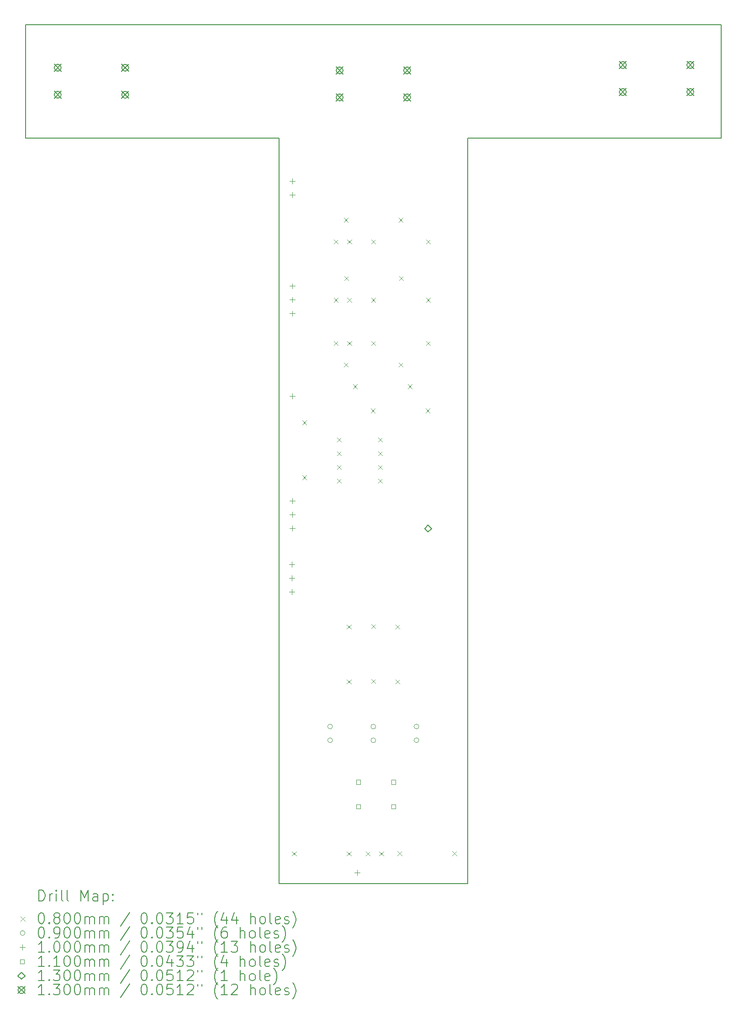
<source format=gbr>
%FSLAX45Y45*%
G04 Gerber Fmt 4.5, Leading zero omitted, Abs format (unit mm)*
G04 Created by KiCad (PCBNEW (6.0.2)) date 2023-10-08 18:38:42*
%MOMM*%
%LPD*%
G01*
G04 APERTURE LIST*
%TA.AperFunction,Profile*%
%ADD10C,0.150000*%
%TD*%
%ADD11C,0.200000*%
%ADD12C,0.080000*%
%ADD13C,0.090000*%
%ADD14C,0.100000*%
%ADD15C,0.110000*%
%ADD16C,0.130000*%
G04 APERTURE END LIST*
D10*
X21900000Y-8100000D02*
X17200000Y-8100000D01*
X17200000Y-8100000D02*
X17200000Y-21908000D01*
X17200000Y-21908000D02*
X13700000Y-21908000D01*
X13700000Y-21908000D02*
X13700000Y-8100000D01*
X13700000Y-8100000D02*
X9000000Y-8100000D01*
X9000000Y-8100000D02*
X9000000Y-6000000D01*
X9000000Y-6000000D02*
X21900000Y-6000000D01*
X21900000Y-6000000D02*
X21900000Y-8100000D01*
D11*
D12*
X13944000Y-21310000D02*
X14024000Y-21390000D01*
X14024000Y-21310000D02*
X13944000Y-21390000D01*
X14131000Y-13331000D02*
X14211000Y-13411000D01*
X14211000Y-13331000D02*
X14131000Y-13411000D01*
X14131000Y-14347000D02*
X14211000Y-14427000D01*
X14211000Y-14347000D02*
X14131000Y-14427000D01*
X14715000Y-11060000D02*
X14795000Y-11140000D01*
X14795000Y-11060000D02*
X14715000Y-11140000D01*
X14718000Y-9980000D02*
X14798000Y-10060000D01*
X14798000Y-9980000D02*
X14718000Y-10060000D01*
X14718000Y-11860000D02*
X14798000Y-11940000D01*
X14798000Y-11860000D02*
X14718000Y-11940000D01*
X14777500Y-13648000D02*
X14857500Y-13728000D01*
X14857500Y-13648000D02*
X14777500Y-13728000D01*
X14777500Y-13902000D02*
X14857500Y-13982000D01*
X14857500Y-13902000D02*
X14777500Y-13982000D01*
X14777500Y-14156000D02*
X14857500Y-14236000D01*
X14857500Y-14156000D02*
X14777500Y-14236000D01*
X14777500Y-14410000D02*
X14857500Y-14490000D01*
X14857500Y-14410000D02*
X14777500Y-14490000D01*
X14902000Y-9580000D02*
X14982000Y-9660000D01*
X14982000Y-9580000D02*
X14902000Y-9660000D01*
X14902000Y-12260000D02*
X14982000Y-12340000D01*
X14982000Y-12260000D02*
X14902000Y-12340000D01*
X14912000Y-10660000D02*
X14992000Y-10740000D01*
X14992000Y-10660000D02*
X14912000Y-10740000D01*
X14960000Y-17110000D02*
X15040000Y-17190000D01*
X15040000Y-17110000D02*
X14960000Y-17190000D01*
X14960000Y-18126000D02*
X15040000Y-18206000D01*
X15040000Y-18126000D02*
X14960000Y-18206000D01*
X14960000Y-21310000D02*
X15040000Y-21390000D01*
X15040000Y-21310000D02*
X14960000Y-21390000D01*
X14965000Y-11060000D02*
X15045000Y-11140000D01*
X15045000Y-11060000D02*
X14965000Y-11140000D01*
X14968000Y-9980000D02*
X15048000Y-10060000D01*
X15048000Y-9980000D02*
X14968000Y-10060000D01*
X14968000Y-11860000D02*
X15048000Y-11940000D01*
X15048000Y-11860000D02*
X14968000Y-11940000D01*
X15072000Y-12660000D02*
X15152000Y-12740000D01*
X15152000Y-12660000D02*
X15072000Y-12740000D01*
X15310000Y-21310000D02*
X15390000Y-21390000D01*
X15390000Y-21310000D02*
X15310000Y-21390000D01*
X15402000Y-13110000D02*
X15482000Y-13190000D01*
X15482000Y-13110000D02*
X15402000Y-13190000D01*
X15410000Y-9980000D02*
X15490000Y-10060000D01*
X15490000Y-9980000D02*
X15410000Y-10060000D01*
X15410000Y-11860000D02*
X15490000Y-11940000D01*
X15490000Y-11860000D02*
X15410000Y-11940000D01*
X15410000Y-17102000D02*
X15490000Y-17182000D01*
X15490000Y-17102000D02*
X15410000Y-17182000D01*
X15410000Y-18118000D02*
X15490000Y-18198000D01*
X15490000Y-18118000D02*
X15410000Y-18198000D01*
X15412000Y-11060000D02*
X15492000Y-11140000D01*
X15492000Y-11060000D02*
X15412000Y-11140000D01*
X15539500Y-13648000D02*
X15619500Y-13728000D01*
X15619500Y-13648000D02*
X15539500Y-13728000D01*
X15539500Y-13902000D02*
X15619500Y-13982000D01*
X15619500Y-13902000D02*
X15539500Y-13982000D01*
X15539500Y-14156000D02*
X15619500Y-14236000D01*
X15619500Y-14156000D02*
X15539500Y-14236000D01*
X15539500Y-14410000D02*
X15619500Y-14490000D01*
X15619500Y-14410000D02*
X15539500Y-14490000D01*
X15560000Y-21310000D02*
X15640000Y-21390000D01*
X15640000Y-21310000D02*
X15560000Y-21390000D01*
X15860000Y-17110000D02*
X15940000Y-17190000D01*
X15940000Y-17110000D02*
X15860000Y-17190000D01*
X15860000Y-18126000D02*
X15940000Y-18206000D01*
X15940000Y-18126000D02*
X15860000Y-18206000D01*
X15897000Y-21305000D02*
X15977000Y-21385000D01*
X15977000Y-21305000D02*
X15897000Y-21385000D01*
X15918000Y-9580000D02*
X15998000Y-9660000D01*
X15998000Y-9580000D02*
X15918000Y-9660000D01*
X15918000Y-12260000D02*
X15998000Y-12340000D01*
X15998000Y-12260000D02*
X15918000Y-12340000D01*
X15928000Y-10660000D02*
X16008000Y-10740000D01*
X16008000Y-10660000D02*
X15928000Y-10740000D01*
X16088000Y-12660000D02*
X16168000Y-12740000D01*
X16168000Y-12660000D02*
X16088000Y-12740000D01*
X16418000Y-13110000D02*
X16498000Y-13190000D01*
X16498000Y-13110000D02*
X16418000Y-13190000D01*
X16426000Y-9980000D02*
X16506000Y-10060000D01*
X16506000Y-9980000D02*
X16426000Y-10060000D01*
X16426000Y-11860000D02*
X16506000Y-11940000D01*
X16506000Y-11860000D02*
X16426000Y-11940000D01*
X16428000Y-11060000D02*
X16508000Y-11140000D01*
X16508000Y-11060000D02*
X16428000Y-11140000D01*
X16913000Y-21305000D02*
X16993000Y-21385000D01*
X16993000Y-21305000D02*
X16913000Y-21385000D01*
D13*
X14695000Y-18996000D02*
G75*
G03*
X14695000Y-18996000I-45000J0D01*
G01*
X14695000Y-19250000D02*
G75*
G03*
X14695000Y-19250000I-45000J0D01*
G01*
X15495000Y-18998000D02*
G75*
G03*
X15495000Y-18998000I-45000J0D01*
G01*
X15495000Y-19252000D02*
G75*
G03*
X15495000Y-19252000I-45000J0D01*
G01*
X16295000Y-18996000D02*
G75*
G03*
X16295000Y-18996000I-45000J0D01*
G01*
X16295000Y-19250000D02*
G75*
G03*
X16295000Y-19250000I-45000J0D01*
G01*
D14*
X13937500Y-15944500D02*
X13937500Y-16044500D01*
X13887500Y-15994500D02*
X13987500Y-15994500D01*
X13937500Y-16198500D02*
X13937500Y-16298500D01*
X13887500Y-16248500D02*
X13987500Y-16248500D01*
X13937500Y-16452500D02*
X13937500Y-16552500D01*
X13887500Y-16502500D02*
X13987500Y-16502500D01*
X13950000Y-8850000D02*
X13950000Y-8950000D01*
X13900000Y-8900000D02*
X14000000Y-8900000D01*
X13950000Y-9104000D02*
X13950000Y-9204000D01*
X13900000Y-9154000D02*
X14000000Y-9154000D01*
X13950000Y-10792000D02*
X13950000Y-10892000D01*
X13900000Y-10842000D02*
X14000000Y-10842000D01*
X13950000Y-11046000D02*
X13950000Y-11146000D01*
X13900000Y-11096000D02*
X14000000Y-11096000D01*
X13950000Y-11300000D02*
X13950000Y-11400000D01*
X13900000Y-11350000D02*
X14000000Y-11350000D01*
X13950000Y-12830000D02*
X13950000Y-12930000D01*
X13900000Y-12880000D02*
X14000000Y-12880000D01*
X13950000Y-14770000D02*
X13950000Y-14870000D01*
X13900000Y-14820000D02*
X14000000Y-14820000D01*
X13950000Y-15024000D02*
X13950000Y-15124000D01*
X13900000Y-15074000D02*
X14000000Y-15074000D01*
X13950000Y-15278000D02*
X13950000Y-15378000D01*
X13900000Y-15328000D02*
X14000000Y-15328000D01*
X15150000Y-21650000D02*
X15150000Y-21750000D01*
X15100000Y-21700000D02*
X15200000Y-21700000D01*
D15*
X15213891Y-20063891D02*
X15213891Y-19986109D01*
X15136109Y-19986109D01*
X15136109Y-20063891D01*
X15213891Y-20063891D01*
X15213891Y-20513891D02*
X15213891Y-20436109D01*
X15136109Y-20436109D01*
X15136109Y-20513891D01*
X15213891Y-20513891D01*
X15863891Y-20063891D02*
X15863891Y-19986109D01*
X15786109Y-19986109D01*
X15786109Y-20063891D01*
X15863891Y-20063891D01*
X15863891Y-20513891D02*
X15863891Y-20436109D01*
X15786109Y-20436109D01*
X15786109Y-20513891D01*
X15863891Y-20513891D01*
D16*
X16466000Y-15396500D02*
X16531000Y-15331500D01*
X16466000Y-15266500D01*
X16401000Y-15331500D01*
X16466000Y-15396500D01*
X9535000Y-6735000D02*
X9665000Y-6865000D01*
X9665000Y-6735000D02*
X9535000Y-6865000D01*
X9665000Y-6800000D02*
G75*
G03*
X9665000Y-6800000I-65000J0D01*
G01*
X9535000Y-7235000D02*
X9665000Y-7365000D01*
X9665000Y-7235000D02*
X9535000Y-7365000D01*
X9665000Y-7300000D02*
G75*
G03*
X9665000Y-7300000I-65000J0D01*
G01*
X10785000Y-6735000D02*
X10915000Y-6865000D01*
X10915000Y-6735000D02*
X10785000Y-6865000D01*
X10915000Y-6800000D02*
G75*
G03*
X10915000Y-6800000I-65000J0D01*
G01*
X10785000Y-7235000D02*
X10915000Y-7365000D01*
X10915000Y-7235000D02*
X10785000Y-7365000D01*
X10915000Y-7300000D02*
G75*
G03*
X10915000Y-7300000I-65000J0D01*
G01*
X14761000Y-6785000D02*
X14891000Y-6915000D01*
X14891000Y-6785000D02*
X14761000Y-6915000D01*
X14891000Y-6850000D02*
G75*
G03*
X14891000Y-6850000I-65000J0D01*
G01*
X14761000Y-7285000D02*
X14891000Y-7415000D01*
X14891000Y-7285000D02*
X14761000Y-7415000D01*
X14891000Y-7350000D02*
G75*
G03*
X14891000Y-7350000I-65000J0D01*
G01*
X16011000Y-6785000D02*
X16141000Y-6915000D01*
X16141000Y-6785000D02*
X16011000Y-6915000D01*
X16141000Y-6850000D02*
G75*
G03*
X16141000Y-6850000I-65000J0D01*
G01*
X16011000Y-7285000D02*
X16141000Y-7415000D01*
X16141000Y-7285000D02*
X16011000Y-7415000D01*
X16141000Y-7350000D02*
G75*
G03*
X16141000Y-7350000I-65000J0D01*
G01*
X20011000Y-6685000D02*
X20141000Y-6815000D01*
X20141000Y-6685000D02*
X20011000Y-6815000D01*
X20141000Y-6750000D02*
G75*
G03*
X20141000Y-6750000I-65000J0D01*
G01*
X20011000Y-7185000D02*
X20141000Y-7315000D01*
X20141000Y-7185000D02*
X20011000Y-7315000D01*
X20141000Y-7250000D02*
G75*
G03*
X20141000Y-7250000I-65000J0D01*
G01*
X21261000Y-6685000D02*
X21391000Y-6815000D01*
X21391000Y-6685000D02*
X21261000Y-6815000D01*
X21391000Y-6750000D02*
G75*
G03*
X21391000Y-6750000I-65000J0D01*
G01*
X21261000Y-7185000D02*
X21391000Y-7315000D01*
X21391000Y-7185000D02*
X21261000Y-7315000D01*
X21391000Y-7250000D02*
G75*
G03*
X21391000Y-7250000I-65000J0D01*
G01*
D11*
X9250119Y-22225976D02*
X9250119Y-22025976D01*
X9297738Y-22025976D01*
X9326310Y-22035500D01*
X9345357Y-22054548D01*
X9354881Y-22073595D01*
X9364405Y-22111690D01*
X9364405Y-22140262D01*
X9354881Y-22178357D01*
X9345357Y-22197405D01*
X9326310Y-22216452D01*
X9297738Y-22225976D01*
X9250119Y-22225976D01*
X9450119Y-22225976D02*
X9450119Y-22092643D01*
X9450119Y-22130738D02*
X9459643Y-22111690D01*
X9469167Y-22102167D01*
X9488214Y-22092643D01*
X9507262Y-22092643D01*
X9573929Y-22225976D02*
X9573929Y-22092643D01*
X9573929Y-22025976D02*
X9564405Y-22035500D01*
X9573929Y-22045024D01*
X9583452Y-22035500D01*
X9573929Y-22025976D01*
X9573929Y-22045024D01*
X9697738Y-22225976D02*
X9678690Y-22216452D01*
X9669167Y-22197405D01*
X9669167Y-22025976D01*
X9802500Y-22225976D02*
X9783452Y-22216452D01*
X9773929Y-22197405D01*
X9773929Y-22025976D01*
X10031071Y-22225976D02*
X10031071Y-22025976D01*
X10097738Y-22168833D01*
X10164405Y-22025976D01*
X10164405Y-22225976D01*
X10345357Y-22225976D02*
X10345357Y-22121214D01*
X10335833Y-22102167D01*
X10316786Y-22092643D01*
X10278690Y-22092643D01*
X10259643Y-22102167D01*
X10345357Y-22216452D02*
X10326310Y-22225976D01*
X10278690Y-22225976D01*
X10259643Y-22216452D01*
X10250119Y-22197405D01*
X10250119Y-22178357D01*
X10259643Y-22159310D01*
X10278690Y-22149786D01*
X10326310Y-22149786D01*
X10345357Y-22140262D01*
X10440595Y-22092643D02*
X10440595Y-22292643D01*
X10440595Y-22102167D02*
X10459643Y-22092643D01*
X10497738Y-22092643D01*
X10516786Y-22102167D01*
X10526310Y-22111690D01*
X10535833Y-22130738D01*
X10535833Y-22187881D01*
X10526310Y-22206929D01*
X10516786Y-22216452D01*
X10497738Y-22225976D01*
X10459643Y-22225976D01*
X10440595Y-22216452D01*
X10621548Y-22206929D02*
X10631071Y-22216452D01*
X10621548Y-22225976D01*
X10612024Y-22216452D01*
X10621548Y-22206929D01*
X10621548Y-22225976D01*
X10621548Y-22102167D02*
X10631071Y-22111690D01*
X10621548Y-22121214D01*
X10612024Y-22111690D01*
X10621548Y-22102167D01*
X10621548Y-22121214D01*
D12*
X8912500Y-22515500D02*
X8992500Y-22595500D01*
X8992500Y-22515500D02*
X8912500Y-22595500D01*
D11*
X9288214Y-22445976D02*
X9307262Y-22445976D01*
X9326310Y-22455500D01*
X9335833Y-22465024D01*
X9345357Y-22484071D01*
X9354881Y-22522167D01*
X9354881Y-22569786D01*
X9345357Y-22607881D01*
X9335833Y-22626928D01*
X9326310Y-22636452D01*
X9307262Y-22645976D01*
X9288214Y-22645976D01*
X9269167Y-22636452D01*
X9259643Y-22626928D01*
X9250119Y-22607881D01*
X9240595Y-22569786D01*
X9240595Y-22522167D01*
X9250119Y-22484071D01*
X9259643Y-22465024D01*
X9269167Y-22455500D01*
X9288214Y-22445976D01*
X9440595Y-22626928D02*
X9450119Y-22636452D01*
X9440595Y-22645976D01*
X9431071Y-22636452D01*
X9440595Y-22626928D01*
X9440595Y-22645976D01*
X9564405Y-22531690D02*
X9545357Y-22522167D01*
X9535833Y-22512643D01*
X9526310Y-22493595D01*
X9526310Y-22484071D01*
X9535833Y-22465024D01*
X9545357Y-22455500D01*
X9564405Y-22445976D01*
X9602500Y-22445976D01*
X9621548Y-22455500D01*
X9631071Y-22465024D01*
X9640595Y-22484071D01*
X9640595Y-22493595D01*
X9631071Y-22512643D01*
X9621548Y-22522167D01*
X9602500Y-22531690D01*
X9564405Y-22531690D01*
X9545357Y-22541214D01*
X9535833Y-22550738D01*
X9526310Y-22569786D01*
X9526310Y-22607881D01*
X9535833Y-22626928D01*
X9545357Y-22636452D01*
X9564405Y-22645976D01*
X9602500Y-22645976D01*
X9621548Y-22636452D01*
X9631071Y-22626928D01*
X9640595Y-22607881D01*
X9640595Y-22569786D01*
X9631071Y-22550738D01*
X9621548Y-22541214D01*
X9602500Y-22531690D01*
X9764405Y-22445976D02*
X9783452Y-22445976D01*
X9802500Y-22455500D01*
X9812024Y-22465024D01*
X9821548Y-22484071D01*
X9831071Y-22522167D01*
X9831071Y-22569786D01*
X9821548Y-22607881D01*
X9812024Y-22626928D01*
X9802500Y-22636452D01*
X9783452Y-22645976D01*
X9764405Y-22645976D01*
X9745357Y-22636452D01*
X9735833Y-22626928D01*
X9726310Y-22607881D01*
X9716786Y-22569786D01*
X9716786Y-22522167D01*
X9726310Y-22484071D01*
X9735833Y-22465024D01*
X9745357Y-22455500D01*
X9764405Y-22445976D01*
X9954881Y-22445976D02*
X9973929Y-22445976D01*
X9992976Y-22455500D01*
X10002500Y-22465024D01*
X10012024Y-22484071D01*
X10021548Y-22522167D01*
X10021548Y-22569786D01*
X10012024Y-22607881D01*
X10002500Y-22626928D01*
X9992976Y-22636452D01*
X9973929Y-22645976D01*
X9954881Y-22645976D01*
X9935833Y-22636452D01*
X9926310Y-22626928D01*
X9916786Y-22607881D01*
X9907262Y-22569786D01*
X9907262Y-22522167D01*
X9916786Y-22484071D01*
X9926310Y-22465024D01*
X9935833Y-22455500D01*
X9954881Y-22445976D01*
X10107262Y-22645976D02*
X10107262Y-22512643D01*
X10107262Y-22531690D02*
X10116786Y-22522167D01*
X10135833Y-22512643D01*
X10164405Y-22512643D01*
X10183452Y-22522167D01*
X10192976Y-22541214D01*
X10192976Y-22645976D01*
X10192976Y-22541214D02*
X10202500Y-22522167D01*
X10221548Y-22512643D01*
X10250119Y-22512643D01*
X10269167Y-22522167D01*
X10278690Y-22541214D01*
X10278690Y-22645976D01*
X10373929Y-22645976D02*
X10373929Y-22512643D01*
X10373929Y-22531690D02*
X10383452Y-22522167D01*
X10402500Y-22512643D01*
X10431071Y-22512643D01*
X10450119Y-22522167D01*
X10459643Y-22541214D01*
X10459643Y-22645976D01*
X10459643Y-22541214D02*
X10469167Y-22522167D01*
X10488214Y-22512643D01*
X10516786Y-22512643D01*
X10535833Y-22522167D01*
X10545357Y-22541214D01*
X10545357Y-22645976D01*
X10935833Y-22436452D02*
X10764405Y-22693595D01*
X11192976Y-22445976D02*
X11212024Y-22445976D01*
X11231071Y-22455500D01*
X11240595Y-22465024D01*
X11250119Y-22484071D01*
X11259643Y-22522167D01*
X11259643Y-22569786D01*
X11250119Y-22607881D01*
X11240595Y-22626928D01*
X11231071Y-22636452D01*
X11212024Y-22645976D01*
X11192976Y-22645976D01*
X11173929Y-22636452D01*
X11164405Y-22626928D01*
X11154881Y-22607881D01*
X11145357Y-22569786D01*
X11145357Y-22522167D01*
X11154881Y-22484071D01*
X11164405Y-22465024D01*
X11173929Y-22455500D01*
X11192976Y-22445976D01*
X11345357Y-22626928D02*
X11354881Y-22636452D01*
X11345357Y-22645976D01*
X11335833Y-22636452D01*
X11345357Y-22626928D01*
X11345357Y-22645976D01*
X11478690Y-22445976D02*
X11497738Y-22445976D01*
X11516786Y-22455500D01*
X11526309Y-22465024D01*
X11535833Y-22484071D01*
X11545357Y-22522167D01*
X11545357Y-22569786D01*
X11535833Y-22607881D01*
X11526309Y-22626928D01*
X11516786Y-22636452D01*
X11497738Y-22645976D01*
X11478690Y-22645976D01*
X11459643Y-22636452D01*
X11450119Y-22626928D01*
X11440595Y-22607881D01*
X11431071Y-22569786D01*
X11431071Y-22522167D01*
X11440595Y-22484071D01*
X11450119Y-22465024D01*
X11459643Y-22455500D01*
X11478690Y-22445976D01*
X11612024Y-22445976D02*
X11735833Y-22445976D01*
X11669167Y-22522167D01*
X11697738Y-22522167D01*
X11716786Y-22531690D01*
X11726309Y-22541214D01*
X11735833Y-22560262D01*
X11735833Y-22607881D01*
X11726309Y-22626928D01*
X11716786Y-22636452D01*
X11697738Y-22645976D01*
X11640595Y-22645976D01*
X11621548Y-22636452D01*
X11612024Y-22626928D01*
X11926309Y-22645976D02*
X11812024Y-22645976D01*
X11869167Y-22645976D02*
X11869167Y-22445976D01*
X11850119Y-22474548D01*
X11831071Y-22493595D01*
X11812024Y-22503119D01*
X12107262Y-22445976D02*
X12012024Y-22445976D01*
X12002500Y-22541214D01*
X12012024Y-22531690D01*
X12031071Y-22522167D01*
X12078690Y-22522167D01*
X12097738Y-22531690D01*
X12107262Y-22541214D01*
X12116786Y-22560262D01*
X12116786Y-22607881D01*
X12107262Y-22626928D01*
X12097738Y-22636452D01*
X12078690Y-22645976D01*
X12031071Y-22645976D01*
X12012024Y-22636452D01*
X12002500Y-22626928D01*
X12192976Y-22445976D02*
X12192976Y-22484071D01*
X12269167Y-22445976D02*
X12269167Y-22484071D01*
X12564405Y-22722167D02*
X12554881Y-22712643D01*
X12535833Y-22684071D01*
X12526309Y-22665024D01*
X12516786Y-22636452D01*
X12507262Y-22588833D01*
X12507262Y-22550738D01*
X12516786Y-22503119D01*
X12526309Y-22474548D01*
X12535833Y-22455500D01*
X12554881Y-22426928D01*
X12564405Y-22417405D01*
X12726309Y-22512643D02*
X12726309Y-22645976D01*
X12678690Y-22436452D02*
X12631071Y-22579309D01*
X12754881Y-22579309D01*
X12916786Y-22512643D02*
X12916786Y-22645976D01*
X12869167Y-22436452D02*
X12821548Y-22579309D01*
X12945357Y-22579309D01*
X13173928Y-22645976D02*
X13173928Y-22445976D01*
X13259643Y-22645976D02*
X13259643Y-22541214D01*
X13250119Y-22522167D01*
X13231071Y-22512643D01*
X13202500Y-22512643D01*
X13183452Y-22522167D01*
X13173928Y-22531690D01*
X13383452Y-22645976D02*
X13364405Y-22636452D01*
X13354881Y-22626928D01*
X13345357Y-22607881D01*
X13345357Y-22550738D01*
X13354881Y-22531690D01*
X13364405Y-22522167D01*
X13383452Y-22512643D01*
X13412024Y-22512643D01*
X13431071Y-22522167D01*
X13440595Y-22531690D01*
X13450119Y-22550738D01*
X13450119Y-22607881D01*
X13440595Y-22626928D01*
X13431071Y-22636452D01*
X13412024Y-22645976D01*
X13383452Y-22645976D01*
X13564405Y-22645976D02*
X13545357Y-22636452D01*
X13535833Y-22617405D01*
X13535833Y-22445976D01*
X13716786Y-22636452D02*
X13697738Y-22645976D01*
X13659643Y-22645976D01*
X13640595Y-22636452D01*
X13631071Y-22617405D01*
X13631071Y-22541214D01*
X13640595Y-22522167D01*
X13659643Y-22512643D01*
X13697738Y-22512643D01*
X13716786Y-22522167D01*
X13726309Y-22541214D01*
X13726309Y-22560262D01*
X13631071Y-22579309D01*
X13802500Y-22636452D02*
X13821548Y-22645976D01*
X13859643Y-22645976D01*
X13878690Y-22636452D01*
X13888214Y-22617405D01*
X13888214Y-22607881D01*
X13878690Y-22588833D01*
X13859643Y-22579309D01*
X13831071Y-22579309D01*
X13812024Y-22569786D01*
X13802500Y-22550738D01*
X13802500Y-22541214D01*
X13812024Y-22522167D01*
X13831071Y-22512643D01*
X13859643Y-22512643D01*
X13878690Y-22522167D01*
X13954881Y-22722167D02*
X13964405Y-22712643D01*
X13983452Y-22684071D01*
X13992976Y-22665024D01*
X14002500Y-22636452D01*
X14012024Y-22588833D01*
X14012024Y-22550738D01*
X14002500Y-22503119D01*
X13992976Y-22474548D01*
X13983452Y-22455500D01*
X13964405Y-22426928D01*
X13954881Y-22417405D01*
D13*
X8992500Y-22819500D02*
G75*
G03*
X8992500Y-22819500I-45000J0D01*
G01*
D11*
X9288214Y-22709976D02*
X9307262Y-22709976D01*
X9326310Y-22719500D01*
X9335833Y-22729024D01*
X9345357Y-22748071D01*
X9354881Y-22786167D01*
X9354881Y-22833786D01*
X9345357Y-22871881D01*
X9335833Y-22890928D01*
X9326310Y-22900452D01*
X9307262Y-22909976D01*
X9288214Y-22909976D01*
X9269167Y-22900452D01*
X9259643Y-22890928D01*
X9250119Y-22871881D01*
X9240595Y-22833786D01*
X9240595Y-22786167D01*
X9250119Y-22748071D01*
X9259643Y-22729024D01*
X9269167Y-22719500D01*
X9288214Y-22709976D01*
X9440595Y-22890928D02*
X9450119Y-22900452D01*
X9440595Y-22909976D01*
X9431071Y-22900452D01*
X9440595Y-22890928D01*
X9440595Y-22909976D01*
X9545357Y-22909976D02*
X9583452Y-22909976D01*
X9602500Y-22900452D01*
X9612024Y-22890928D01*
X9631071Y-22862357D01*
X9640595Y-22824262D01*
X9640595Y-22748071D01*
X9631071Y-22729024D01*
X9621548Y-22719500D01*
X9602500Y-22709976D01*
X9564405Y-22709976D01*
X9545357Y-22719500D01*
X9535833Y-22729024D01*
X9526310Y-22748071D01*
X9526310Y-22795690D01*
X9535833Y-22814738D01*
X9545357Y-22824262D01*
X9564405Y-22833786D01*
X9602500Y-22833786D01*
X9621548Y-22824262D01*
X9631071Y-22814738D01*
X9640595Y-22795690D01*
X9764405Y-22709976D02*
X9783452Y-22709976D01*
X9802500Y-22719500D01*
X9812024Y-22729024D01*
X9821548Y-22748071D01*
X9831071Y-22786167D01*
X9831071Y-22833786D01*
X9821548Y-22871881D01*
X9812024Y-22890928D01*
X9802500Y-22900452D01*
X9783452Y-22909976D01*
X9764405Y-22909976D01*
X9745357Y-22900452D01*
X9735833Y-22890928D01*
X9726310Y-22871881D01*
X9716786Y-22833786D01*
X9716786Y-22786167D01*
X9726310Y-22748071D01*
X9735833Y-22729024D01*
X9745357Y-22719500D01*
X9764405Y-22709976D01*
X9954881Y-22709976D02*
X9973929Y-22709976D01*
X9992976Y-22719500D01*
X10002500Y-22729024D01*
X10012024Y-22748071D01*
X10021548Y-22786167D01*
X10021548Y-22833786D01*
X10012024Y-22871881D01*
X10002500Y-22890928D01*
X9992976Y-22900452D01*
X9973929Y-22909976D01*
X9954881Y-22909976D01*
X9935833Y-22900452D01*
X9926310Y-22890928D01*
X9916786Y-22871881D01*
X9907262Y-22833786D01*
X9907262Y-22786167D01*
X9916786Y-22748071D01*
X9926310Y-22729024D01*
X9935833Y-22719500D01*
X9954881Y-22709976D01*
X10107262Y-22909976D02*
X10107262Y-22776643D01*
X10107262Y-22795690D02*
X10116786Y-22786167D01*
X10135833Y-22776643D01*
X10164405Y-22776643D01*
X10183452Y-22786167D01*
X10192976Y-22805214D01*
X10192976Y-22909976D01*
X10192976Y-22805214D02*
X10202500Y-22786167D01*
X10221548Y-22776643D01*
X10250119Y-22776643D01*
X10269167Y-22786167D01*
X10278690Y-22805214D01*
X10278690Y-22909976D01*
X10373929Y-22909976D02*
X10373929Y-22776643D01*
X10373929Y-22795690D02*
X10383452Y-22786167D01*
X10402500Y-22776643D01*
X10431071Y-22776643D01*
X10450119Y-22786167D01*
X10459643Y-22805214D01*
X10459643Y-22909976D01*
X10459643Y-22805214D02*
X10469167Y-22786167D01*
X10488214Y-22776643D01*
X10516786Y-22776643D01*
X10535833Y-22786167D01*
X10545357Y-22805214D01*
X10545357Y-22909976D01*
X10935833Y-22700452D02*
X10764405Y-22957595D01*
X11192976Y-22709976D02*
X11212024Y-22709976D01*
X11231071Y-22719500D01*
X11240595Y-22729024D01*
X11250119Y-22748071D01*
X11259643Y-22786167D01*
X11259643Y-22833786D01*
X11250119Y-22871881D01*
X11240595Y-22890928D01*
X11231071Y-22900452D01*
X11212024Y-22909976D01*
X11192976Y-22909976D01*
X11173929Y-22900452D01*
X11164405Y-22890928D01*
X11154881Y-22871881D01*
X11145357Y-22833786D01*
X11145357Y-22786167D01*
X11154881Y-22748071D01*
X11164405Y-22729024D01*
X11173929Y-22719500D01*
X11192976Y-22709976D01*
X11345357Y-22890928D02*
X11354881Y-22900452D01*
X11345357Y-22909976D01*
X11335833Y-22900452D01*
X11345357Y-22890928D01*
X11345357Y-22909976D01*
X11478690Y-22709976D02*
X11497738Y-22709976D01*
X11516786Y-22719500D01*
X11526309Y-22729024D01*
X11535833Y-22748071D01*
X11545357Y-22786167D01*
X11545357Y-22833786D01*
X11535833Y-22871881D01*
X11526309Y-22890928D01*
X11516786Y-22900452D01*
X11497738Y-22909976D01*
X11478690Y-22909976D01*
X11459643Y-22900452D01*
X11450119Y-22890928D01*
X11440595Y-22871881D01*
X11431071Y-22833786D01*
X11431071Y-22786167D01*
X11440595Y-22748071D01*
X11450119Y-22729024D01*
X11459643Y-22719500D01*
X11478690Y-22709976D01*
X11612024Y-22709976D02*
X11735833Y-22709976D01*
X11669167Y-22786167D01*
X11697738Y-22786167D01*
X11716786Y-22795690D01*
X11726309Y-22805214D01*
X11735833Y-22824262D01*
X11735833Y-22871881D01*
X11726309Y-22890928D01*
X11716786Y-22900452D01*
X11697738Y-22909976D01*
X11640595Y-22909976D01*
X11621548Y-22900452D01*
X11612024Y-22890928D01*
X11916786Y-22709976D02*
X11821548Y-22709976D01*
X11812024Y-22805214D01*
X11821548Y-22795690D01*
X11840595Y-22786167D01*
X11888214Y-22786167D01*
X11907262Y-22795690D01*
X11916786Y-22805214D01*
X11926309Y-22824262D01*
X11926309Y-22871881D01*
X11916786Y-22890928D01*
X11907262Y-22900452D01*
X11888214Y-22909976D01*
X11840595Y-22909976D01*
X11821548Y-22900452D01*
X11812024Y-22890928D01*
X12097738Y-22776643D02*
X12097738Y-22909976D01*
X12050119Y-22700452D02*
X12002500Y-22843309D01*
X12126309Y-22843309D01*
X12192976Y-22709976D02*
X12192976Y-22748071D01*
X12269167Y-22709976D02*
X12269167Y-22748071D01*
X12564405Y-22986167D02*
X12554881Y-22976643D01*
X12535833Y-22948071D01*
X12526309Y-22929024D01*
X12516786Y-22900452D01*
X12507262Y-22852833D01*
X12507262Y-22814738D01*
X12516786Y-22767119D01*
X12526309Y-22738548D01*
X12535833Y-22719500D01*
X12554881Y-22690928D01*
X12564405Y-22681405D01*
X12726309Y-22709976D02*
X12688214Y-22709976D01*
X12669167Y-22719500D01*
X12659643Y-22729024D01*
X12640595Y-22757595D01*
X12631071Y-22795690D01*
X12631071Y-22871881D01*
X12640595Y-22890928D01*
X12650119Y-22900452D01*
X12669167Y-22909976D01*
X12707262Y-22909976D01*
X12726309Y-22900452D01*
X12735833Y-22890928D01*
X12745357Y-22871881D01*
X12745357Y-22824262D01*
X12735833Y-22805214D01*
X12726309Y-22795690D01*
X12707262Y-22786167D01*
X12669167Y-22786167D01*
X12650119Y-22795690D01*
X12640595Y-22805214D01*
X12631071Y-22824262D01*
X12983452Y-22909976D02*
X12983452Y-22709976D01*
X13069167Y-22909976D02*
X13069167Y-22805214D01*
X13059643Y-22786167D01*
X13040595Y-22776643D01*
X13012024Y-22776643D01*
X12992976Y-22786167D01*
X12983452Y-22795690D01*
X13192976Y-22909976D02*
X13173928Y-22900452D01*
X13164405Y-22890928D01*
X13154881Y-22871881D01*
X13154881Y-22814738D01*
X13164405Y-22795690D01*
X13173928Y-22786167D01*
X13192976Y-22776643D01*
X13221548Y-22776643D01*
X13240595Y-22786167D01*
X13250119Y-22795690D01*
X13259643Y-22814738D01*
X13259643Y-22871881D01*
X13250119Y-22890928D01*
X13240595Y-22900452D01*
X13221548Y-22909976D01*
X13192976Y-22909976D01*
X13373928Y-22909976D02*
X13354881Y-22900452D01*
X13345357Y-22881405D01*
X13345357Y-22709976D01*
X13526309Y-22900452D02*
X13507262Y-22909976D01*
X13469167Y-22909976D01*
X13450119Y-22900452D01*
X13440595Y-22881405D01*
X13440595Y-22805214D01*
X13450119Y-22786167D01*
X13469167Y-22776643D01*
X13507262Y-22776643D01*
X13526309Y-22786167D01*
X13535833Y-22805214D01*
X13535833Y-22824262D01*
X13440595Y-22843309D01*
X13612024Y-22900452D02*
X13631071Y-22909976D01*
X13669167Y-22909976D01*
X13688214Y-22900452D01*
X13697738Y-22881405D01*
X13697738Y-22871881D01*
X13688214Y-22852833D01*
X13669167Y-22843309D01*
X13640595Y-22843309D01*
X13621548Y-22833786D01*
X13612024Y-22814738D01*
X13612024Y-22805214D01*
X13621548Y-22786167D01*
X13640595Y-22776643D01*
X13669167Y-22776643D01*
X13688214Y-22786167D01*
X13764405Y-22986167D02*
X13773928Y-22976643D01*
X13792976Y-22948071D01*
X13802500Y-22929024D01*
X13812024Y-22900452D01*
X13821548Y-22852833D01*
X13821548Y-22814738D01*
X13812024Y-22767119D01*
X13802500Y-22738548D01*
X13792976Y-22719500D01*
X13773928Y-22690928D01*
X13764405Y-22681405D01*
D14*
X8942500Y-23033500D02*
X8942500Y-23133500D01*
X8892500Y-23083500D02*
X8992500Y-23083500D01*
D11*
X9354881Y-23173976D02*
X9240595Y-23173976D01*
X9297738Y-23173976D02*
X9297738Y-22973976D01*
X9278690Y-23002548D01*
X9259643Y-23021595D01*
X9240595Y-23031119D01*
X9440595Y-23154928D02*
X9450119Y-23164452D01*
X9440595Y-23173976D01*
X9431071Y-23164452D01*
X9440595Y-23154928D01*
X9440595Y-23173976D01*
X9573929Y-22973976D02*
X9592976Y-22973976D01*
X9612024Y-22983500D01*
X9621548Y-22993024D01*
X9631071Y-23012071D01*
X9640595Y-23050167D01*
X9640595Y-23097786D01*
X9631071Y-23135881D01*
X9621548Y-23154928D01*
X9612024Y-23164452D01*
X9592976Y-23173976D01*
X9573929Y-23173976D01*
X9554881Y-23164452D01*
X9545357Y-23154928D01*
X9535833Y-23135881D01*
X9526310Y-23097786D01*
X9526310Y-23050167D01*
X9535833Y-23012071D01*
X9545357Y-22993024D01*
X9554881Y-22983500D01*
X9573929Y-22973976D01*
X9764405Y-22973976D02*
X9783452Y-22973976D01*
X9802500Y-22983500D01*
X9812024Y-22993024D01*
X9821548Y-23012071D01*
X9831071Y-23050167D01*
X9831071Y-23097786D01*
X9821548Y-23135881D01*
X9812024Y-23154928D01*
X9802500Y-23164452D01*
X9783452Y-23173976D01*
X9764405Y-23173976D01*
X9745357Y-23164452D01*
X9735833Y-23154928D01*
X9726310Y-23135881D01*
X9716786Y-23097786D01*
X9716786Y-23050167D01*
X9726310Y-23012071D01*
X9735833Y-22993024D01*
X9745357Y-22983500D01*
X9764405Y-22973976D01*
X9954881Y-22973976D02*
X9973929Y-22973976D01*
X9992976Y-22983500D01*
X10002500Y-22993024D01*
X10012024Y-23012071D01*
X10021548Y-23050167D01*
X10021548Y-23097786D01*
X10012024Y-23135881D01*
X10002500Y-23154928D01*
X9992976Y-23164452D01*
X9973929Y-23173976D01*
X9954881Y-23173976D01*
X9935833Y-23164452D01*
X9926310Y-23154928D01*
X9916786Y-23135881D01*
X9907262Y-23097786D01*
X9907262Y-23050167D01*
X9916786Y-23012071D01*
X9926310Y-22993024D01*
X9935833Y-22983500D01*
X9954881Y-22973976D01*
X10107262Y-23173976D02*
X10107262Y-23040643D01*
X10107262Y-23059690D02*
X10116786Y-23050167D01*
X10135833Y-23040643D01*
X10164405Y-23040643D01*
X10183452Y-23050167D01*
X10192976Y-23069214D01*
X10192976Y-23173976D01*
X10192976Y-23069214D02*
X10202500Y-23050167D01*
X10221548Y-23040643D01*
X10250119Y-23040643D01*
X10269167Y-23050167D01*
X10278690Y-23069214D01*
X10278690Y-23173976D01*
X10373929Y-23173976D02*
X10373929Y-23040643D01*
X10373929Y-23059690D02*
X10383452Y-23050167D01*
X10402500Y-23040643D01*
X10431071Y-23040643D01*
X10450119Y-23050167D01*
X10459643Y-23069214D01*
X10459643Y-23173976D01*
X10459643Y-23069214D02*
X10469167Y-23050167D01*
X10488214Y-23040643D01*
X10516786Y-23040643D01*
X10535833Y-23050167D01*
X10545357Y-23069214D01*
X10545357Y-23173976D01*
X10935833Y-22964452D02*
X10764405Y-23221595D01*
X11192976Y-22973976D02*
X11212024Y-22973976D01*
X11231071Y-22983500D01*
X11240595Y-22993024D01*
X11250119Y-23012071D01*
X11259643Y-23050167D01*
X11259643Y-23097786D01*
X11250119Y-23135881D01*
X11240595Y-23154928D01*
X11231071Y-23164452D01*
X11212024Y-23173976D01*
X11192976Y-23173976D01*
X11173929Y-23164452D01*
X11164405Y-23154928D01*
X11154881Y-23135881D01*
X11145357Y-23097786D01*
X11145357Y-23050167D01*
X11154881Y-23012071D01*
X11164405Y-22993024D01*
X11173929Y-22983500D01*
X11192976Y-22973976D01*
X11345357Y-23154928D02*
X11354881Y-23164452D01*
X11345357Y-23173976D01*
X11335833Y-23164452D01*
X11345357Y-23154928D01*
X11345357Y-23173976D01*
X11478690Y-22973976D02*
X11497738Y-22973976D01*
X11516786Y-22983500D01*
X11526309Y-22993024D01*
X11535833Y-23012071D01*
X11545357Y-23050167D01*
X11545357Y-23097786D01*
X11535833Y-23135881D01*
X11526309Y-23154928D01*
X11516786Y-23164452D01*
X11497738Y-23173976D01*
X11478690Y-23173976D01*
X11459643Y-23164452D01*
X11450119Y-23154928D01*
X11440595Y-23135881D01*
X11431071Y-23097786D01*
X11431071Y-23050167D01*
X11440595Y-23012071D01*
X11450119Y-22993024D01*
X11459643Y-22983500D01*
X11478690Y-22973976D01*
X11612024Y-22973976D02*
X11735833Y-22973976D01*
X11669167Y-23050167D01*
X11697738Y-23050167D01*
X11716786Y-23059690D01*
X11726309Y-23069214D01*
X11735833Y-23088262D01*
X11735833Y-23135881D01*
X11726309Y-23154928D01*
X11716786Y-23164452D01*
X11697738Y-23173976D01*
X11640595Y-23173976D01*
X11621548Y-23164452D01*
X11612024Y-23154928D01*
X11831071Y-23173976D02*
X11869167Y-23173976D01*
X11888214Y-23164452D01*
X11897738Y-23154928D01*
X11916786Y-23126357D01*
X11926309Y-23088262D01*
X11926309Y-23012071D01*
X11916786Y-22993024D01*
X11907262Y-22983500D01*
X11888214Y-22973976D01*
X11850119Y-22973976D01*
X11831071Y-22983500D01*
X11821548Y-22993024D01*
X11812024Y-23012071D01*
X11812024Y-23059690D01*
X11821548Y-23078738D01*
X11831071Y-23088262D01*
X11850119Y-23097786D01*
X11888214Y-23097786D01*
X11907262Y-23088262D01*
X11916786Y-23078738D01*
X11926309Y-23059690D01*
X12097738Y-23040643D02*
X12097738Y-23173976D01*
X12050119Y-22964452D02*
X12002500Y-23107309D01*
X12126309Y-23107309D01*
X12192976Y-22973976D02*
X12192976Y-23012071D01*
X12269167Y-22973976D02*
X12269167Y-23012071D01*
X12564405Y-23250167D02*
X12554881Y-23240643D01*
X12535833Y-23212071D01*
X12526309Y-23193024D01*
X12516786Y-23164452D01*
X12507262Y-23116833D01*
X12507262Y-23078738D01*
X12516786Y-23031119D01*
X12526309Y-23002548D01*
X12535833Y-22983500D01*
X12554881Y-22954928D01*
X12564405Y-22945405D01*
X12745357Y-23173976D02*
X12631071Y-23173976D01*
X12688214Y-23173976D02*
X12688214Y-22973976D01*
X12669167Y-23002548D01*
X12650119Y-23021595D01*
X12631071Y-23031119D01*
X12812024Y-22973976D02*
X12935833Y-22973976D01*
X12869167Y-23050167D01*
X12897738Y-23050167D01*
X12916786Y-23059690D01*
X12926309Y-23069214D01*
X12935833Y-23088262D01*
X12935833Y-23135881D01*
X12926309Y-23154928D01*
X12916786Y-23164452D01*
X12897738Y-23173976D01*
X12840595Y-23173976D01*
X12821548Y-23164452D01*
X12812024Y-23154928D01*
X13173928Y-23173976D02*
X13173928Y-22973976D01*
X13259643Y-23173976D02*
X13259643Y-23069214D01*
X13250119Y-23050167D01*
X13231071Y-23040643D01*
X13202500Y-23040643D01*
X13183452Y-23050167D01*
X13173928Y-23059690D01*
X13383452Y-23173976D02*
X13364405Y-23164452D01*
X13354881Y-23154928D01*
X13345357Y-23135881D01*
X13345357Y-23078738D01*
X13354881Y-23059690D01*
X13364405Y-23050167D01*
X13383452Y-23040643D01*
X13412024Y-23040643D01*
X13431071Y-23050167D01*
X13440595Y-23059690D01*
X13450119Y-23078738D01*
X13450119Y-23135881D01*
X13440595Y-23154928D01*
X13431071Y-23164452D01*
X13412024Y-23173976D01*
X13383452Y-23173976D01*
X13564405Y-23173976D02*
X13545357Y-23164452D01*
X13535833Y-23145405D01*
X13535833Y-22973976D01*
X13716786Y-23164452D02*
X13697738Y-23173976D01*
X13659643Y-23173976D01*
X13640595Y-23164452D01*
X13631071Y-23145405D01*
X13631071Y-23069214D01*
X13640595Y-23050167D01*
X13659643Y-23040643D01*
X13697738Y-23040643D01*
X13716786Y-23050167D01*
X13726309Y-23069214D01*
X13726309Y-23088262D01*
X13631071Y-23107309D01*
X13802500Y-23164452D02*
X13821548Y-23173976D01*
X13859643Y-23173976D01*
X13878690Y-23164452D01*
X13888214Y-23145405D01*
X13888214Y-23135881D01*
X13878690Y-23116833D01*
X13859643Y-23107309D01*
X13831071Y-23107309D01*
X13812024Y-23097786D01*
X13802500Y-23078738D01*
X13802500Y-23069214D01*
X13812024Y-23050167D01*
X13831071Y-23040643D01*
X13859643Y-23040643D01*
X13878690Y-23050167D01*
X13954881Y-23250167D02*
X13964405Y-23240643D01*
X13983452Y-23212071D01*
X13992976Y-23193024D01*
X14002500Y-23164452D01*
X14012024Y-23116833D01*
X14012024Y-23078738D01*
X14002500Y-23031119D01*
X13992976Y-23002548D01*
X13983452Y-22983500D01*
X13964405Y-22954928D01*
X13954881Y-22945405D01*
D15*
X8976391Y-23386391D02*
X8976391Y-23308609D01*
X8898609Y-23308609D01*
X8898609Y-23386391D01*
X8976391Y-23386391D01*
D11*
X9354881Y-23437976D02*
X9240595Y-23437976D01*
X9297738Y-23437976D02*
X9297738Y-23237976D01*
X9278690Y-23266548D01*
X9259643Y-23285595D01*
X9240595Y-23295119D01*
X9440595Y-23418928D02*
X9450119Y-23428452D01*
X9440595Y-23437976D01*
X9431071Y-23428452D01*
X9440595Y-23418928D01*
X9440595Y-23437976D01*
X9640595Y-23437976D02*
X9526310Y-23437976D01*
X9583452Y-23437976D02*
X9583452Y-23237976D01*
X9564405Y-23266548D01*
X9545357Y-23285595D01*
X9526310Y-23295119D01*
X9764405Y-23237976D02*
X9783452Y-23237976D01*
X9802500Y-23247500D01*
X9812024Y-23257024D01*
X9821548Y-23276071D01*
X9831071Y-23314167D01*
X9831071Y-23361786D01*
X9821548Y-23399881D01*
X9812024Y-23418928D01*
X9802500Y-23428452D01*
X9783452Y-23437976D01*
X9764405Y-23437976D01*
X9745357Y-23428452D01*
X9735833Y-23418928D01*
X9726310Y-23399881D01*
X9716786Y-23361786D01*
X9716786Y-23314167D01*
X9726310Y-23276071D01*
X9735833Y-23257024D01*
X9745357Y-23247500D01*
X9764405Y-23237976D01*
X9954881Y-23237976D02*
X9973929Y-23237976D01*
X9992976Y-23247500D01*
X10002500Y-23257024D01*
X10012024Y-23276071D01*
X10021548Y-23314167D01*
X10021548Y-23361786D01*
X10012024Y-23399881D01*
X10002500Y-23418928D01*
X9992976Y-23428452D01*
X9973929Y-23437976D01*
X9954881Y-23437976D01*
X9935833Y-23428452D01*
X9926310Y-23418928D01*
X9916786Y-23399881D01*
X9907262Y-23361786D01*
X9907262Y-23314167D01*
X9916786Y-23276071D01*
X9926310Y-23257024D01*
X9935833Y-23247500D01*
X9954881Y-23237976D01*
X10107262Y-23437976D02*
X10107262Y-23304643D01*
X10107262Y-23323690D02*
X10116786Y-23314167D01*
X10135833Y-23304643D01*
X10164405Y-23304643D01*
X10183452Y-23314167D01*
X10192976Y-23333214D01*
X10192976Y-23437976D01*
X10192976Y-23333214D02*
X10202500Y-23314167D01*
X10221548Y-23304643D01*
X10250119Y-23304643D01*
X10269167Y-23314167D01*
X10278690Y-23333214D01*
X10278690Y-23437976D01*
X10373929Y-23437976D02*
X10373929Y-23304643D01*
X10373929Y-23323690D02*
X10383452Y-23314167D01*
X10402500Y-23304643D01*
X10431071Y-23304643D01*
X10450119Y-23314167D01*
X10459643Y-23333214D01*
X10459643Y-23437976D01*
X10459643Y-23333214D02*
X10469167Y-23314167D01*
X10488214Y-23304643D01*
X10516786Y-23304643D01*
X10535833Y-23314167D01*
X10545357Y-23333214D01*
X10545357Y-23437976D01*
X10935833Y-23228452D02*
X10764405Y-23485595D01*
X11192976Y-23237976D02*
X11212024Y-23237976D01*
X11231071Y-23247500D01*
X11240595Y-23257024D01*
X11250119Y-23276071D01*
X11259643Y-23314167D01*
X11259643Y-23361786D01*
X11250119Y-23399881D01*
X11240595Y-23418928D01*
X11231071Y-23428452D01*
X11212024Y-23437976D01*
X11192976Y-23437976D01*
X11173929Y-23428452D01*
X11164405Y-23418928D01*
X11154881Y-23399881D01*
X11145357Y-23361786D01*
X11145357Y-23314167D01*
X11154881Y-23276071D01*
X11164405Y-23257024D01*
X11173929Y-23247500D01*
X11192976Y-23237976D01*
X11345357Y-23418928D02*
X11354881Y-23428452D01*
X11345357Y-23437976D01*
X11335833Y-23428452D01*
X11345357Y-23418928D01*
X11345357Y-23437976D01*
X11478690Y-23237976D02*
X11497738Y-23237976D01*
X11516786Y-23247500D01*
X11526309Y-23257024D01*
X11535833Y-23276071D01*
X11545357Y-23314167D01*
X11545357Y-23361786D01*
X11535833Y-23399881D01*
X11526309Y-23418928D01*
X11516786Y-23428452D01*
X11497738Y-23437976D01*
X11478690Y-23437976D01*
X11459643Y-23428452D01*
X11450119Y-23418928D01*
X11440595Y-23399881D01*
X11431071Y-23361786D01*
X11431071Y-23314167D01*
X11440595Y-23276071D01*
X11450119Y-23257024D01*
X11459643Y-23247500D01*
X11478690Y-23237976D01*
X11716786Y-23304643D02*
X11716786Y-23437976D01*
X11669167Y-23228452D02*
X11621548Y-23371309D01*
X11745357Y-23371309D01*
X11802500Y-23237976D02*
X11926309Y-23237976D01*
X11859643Y-23314167D01*
X11888214Y-23314167D01*
X11907262Y-23323690D01*
X11916786Y-23333214D01*
X11926309Y-23352262D01*
X11926309Y-23399881D01*
X11916786Y-23418928D01*
X11907262Y-23428452D01*
X11888214Y-23437976D01*
X11831071Y-23437976D01*
X11812024Y-23428452D01*
X11802500Y-23418928D01*
X11992976Y-23237976D02*
X12116786Y-23237976D01*
X12050119Y-23314167D01*
X12078690Y-23314167D01*
X12097738Y-23323690D01*
X12107262Y-23333214D01*
X12116786Y-23352262D01*
X12116786Y-23399881D01*
X12107262Y-23418928D01*
X12097738Y-23428452D01*
X12078690Y-23437976D01*
X12021548Y-23437976D01*
X12002500Y-23428452D01*
X11992976Y-23418928D01*
X12192976Y-23237976D02*
X12192976Y-23276071D01*
X12269167Y-23237976D02*
X12269167Y-23276071D01*
X12564405Y-23514167D02*
X12554881Y-23504643D01*
X12535833Y-23476071D01*
X12526309Y-23457024D01*
X12516786Y-23428452D01*
X12507262Y-23380833D01*
X12507262Y-23342738D01*
X12516786Y-23295119D01*
X12526309Y-23266548D01*
X12535833Y-23247500D01*
X12554881Y-23218928D01*
X12564405Y-23209405D01*
X12726309Y-23304643D02*
X12726309Y-23437976D01*
X12678690Y-23228452D02*
X12631071Y-23371309D01*
X12754881Y-23371309D01*
X12983452Y-23437976D02*
X12983452Y-23237976D01*
X13069167Y-23437976D02*
X13069167Y-23333214D01*
X13059643Y-23314167D01*
X13040595Y-23304643D01*
X13012024Y-23304643D01*
X12992976Y-23314167D01*
X12983452Y-23323690D01*
X13192976Y-23437976D02*
X13173928Y-23428452D01*
X13164405Y-23418928D01*
X13154881Y-23399881D01*
X13154881Y-23342738D01*
X13164405Y-23323690D01*
X13173928Y-23314167D01*
X13192976Y-23304643D01*
X13221548Y-23304643D01*
X13240595Y-23314167D01*
X13250119Y-23323690D01*
X13259643Y-23342738D01*
X13259643Y-23399881D01*
X13250119Y-23418928D01*
X13240595Y-23428452D01*
X13221548Y-23437976D01*
X13192976Y-23437976D01*
X13373928Y-23437976D02*
X13354881Y-23428452D01*
X13345357Y-23409405D01*
X13345357Y-23237976D01*
X13526309Y-23428452D02*
X13507262Y-23437976D01*
X13469167Y-23437976D01*
X13450119Y-23428452D01*
X13440595Y-23409405D01*
X13440595Y-23333214D01*
X13450119Y-23314167D01*
X13469167Y-23304643D01*
X13507262Y-23304643D01*
X13526309Y-23314167D01*
X13535833Y-23333214D01*
X13535833Y-23352262D01*
X13440595Y-23371309D01*
X13612024Y-23428452D02*
X13631071Y-23437976D01*
X13669167Y-23437976D01*
X13688214Y-23428452D01*
X13697738Y-23409405D01*
X13697738Y-23399881D01*
X13688214Y-23380833D01*
X13669167Y-23371309D01*
X13640595Y-23371309D01*
X13621548Y-23361786D01*
X13612024Y-23342738D01*
X13612024Y-23333214D01*
X13621548Y-23314167D01*
X13640595Y-23304643D01*
X13669167Y-23304643D01*
X13688214Y-23314167D01*
X13764405Y-23514167D02*
X13773928Y-23504643D01*
X13792976Y-23476071D01*
X13802500Y-23457024D01*
X13812024Y-23428452D01*
X13821548Y-23380833D01*
X13821548Y-23342738D01*
X13812024Y-23295119D01*
X13802500Y-23266548D01*
X13792976Y-23247500D01*
X13773928Y-23218928D01*
X13764405Y-23209405D01*
D16*
X8927500Y-23676500D02*
X8992500Y-23611500D01*
X8927500Y-23546500D01*
X8862500Y-23611500D01*
X8927500Y-23676500D01*
D11*
X9354881Y-23701976D02*
X9240595Y-23701976D01*
X9297738Y-23701976D02*
X9297738Y-23501976D01*
X9278690Y-23530548D01*
X9259643Y-23549595D01*
X9240595Y-23559119D01*
X9440595Y-23682928D02*
X9450119Y-23692452D01*
X9440595Y-23701976D01*
X9431071Y-23692452D01*
X9440595Y-23682928D01*
X9440595Y-23701976D01*
X9516786Y-23501976D02*
X9640595Y-23501976D01*
X9573929Y-23578167D01*
X9602500Y-23578167D01*
X9621548Y-23587690D01*
X9631071Y-23597214D01*
X9640595Y-23616262D01*
X9640595Y-23663881D01*
X9631071Y-23682928D01*
X9621548Y-23692452D01*
X9602500Y-23701976D01*
X9545357Y-23701976D01*
X9526310Y-23692452D01*
X9516786Y-23682928D01*
X9764405Y-23501976D02*
X9783452Y-23501976D01*
X9802500Y-23511500D01*
X9812024Y-23521024D01*
X9821548Y-23540071D01*
X9831071Y-23578167D01*
X9831071Y-23625786D01*
X9821548Y-23663881D01*
X9812024Y-23682928D01*
X9802500Y-23692452D01*
X9783452Y-23701976D01*
X9764405Y-23701976D01*
X9745357Y-23692452D01*
X9735833Y-23682928D01*
X9726310Y-23663881D01*
X9716786Y-23625786D01*
X9716786Y-23578167D01*
X9726310Y-23540071D01*
X9735833Y-23521024D01*
X9745357Y-23511500D01*
X9764405Y-23501976D01*
X9954881Y-23501976D02*
X9973929Y-23501976D01*
X9992976Y-23511500D01*
X10002500Y-23521024D01*
X10012024Y-23540071D01*
X10021548Y-23578167D01*
X10021548Y-23625786D01*
X10012024Y-23663881D01*
X10002500Y-23682928D01*
X9992976Y-23692452D01*
X9973929Y-23701976D01*
X9954881Y-23701976D01*
X9935833Y-23692452D01*
X9926310Y-23682928D01*
X9916786Y-23663881D01*
X9907262Y-23625786D01*
X9907262Y-23578167D01*
X9916786Y-23540071D01*
X9926310Y-23521024D01*
X9935833Y-23511500D01*
X9954881Y-23501976D01*
X10107262Y-23701976D02*
X10107262Y-23568643D01*
X10107262Y-23587690D02*
X10116786Y-23578167D01*
X10135833Y-23568643D01*
X10164405Y-23568643D01*
X10183452Y-23578167D01*
X10192976Y-23597214D01*
X10192976Y-23701976D01*
X10192976Y-23597214D02*
X10202500Y-23578167D01*
X10221548Y-23568643D01*
X10250119Y-23568643D01*
X10269167Y-23578167D01*
X10278690Y-23597214D01*
X10278690Y-23701976D01*
X10373929Y-23701976D02*
X10373929Y-23568643D01*
X10373929Y-23587690D02*
X10383452Y-23578167D01*
X10402500Y-23568643D01*
X10431071Y-23568643D01*
X10450119Y-23578167D01*
X10459643Y-23597214D01*
X10459643Y-23701976D01*
X10459643Y-23597214D02*
X10469167Y-23578167D01*
X10488214Y-23568643D01*
X10516786Y-23568643D01*
X10535833Y-23578167D01*
X10545357Y-23597214D01*
X10545357Y-23701976D01*
X10935833Y-23492452D02*
X10764405Y-23749595D01*
X11192976Y-23501976D02*
X11212024Y-23501976D01*
X11231071Y-23511500D01*
X11240595Y-23521024D01*
X11250119Y-23540071D01*
X11259643Y-23578167D01*
X11259643Y-23625786D01*
X11250119Y-23663881D01*
X11240595Y-23682928D01*
X11231071Y-23692452D01*
X11212024Y-23701976D01*
X11192976Y-23701976D01*
X11173929Y-23692452D01*
X11164405Y-23682928D01*
X11154881Y-23663881D01*
X11145357Y-23625786D01*
X11145357Y-23578167D01*
X11154881Y-23540071D01*
X11164405Y-23521024D01*
X11173929Y-23511500D01*
X11192976Y-23501976D01*
X11345357Y-23682928D02*
X11354881Y-23692452D01*
X11345357Y-23701976D01*
X11335833Y-23692452D01*
X11345357Y-23682928D01*
X11345357Y-23701976D01*
X11478690Y-23501976D02*
X11497738Y-23501976D01*
X11516786Y-23511500D01*
X11526309Y-23521024D01*
X11535833Y-23540071D01*
X11545357Y-23578167D01*
X11545357Y-23625786D01*
X11535833Y-23663881D01*
X11526309Y-23682928D01*
X11516786Y-23692452D01*
X11497738Y-23701976D01*
X11478690Y-23701976D01*
X11459643Y-23692452D01*
X11450119Y-23682928D01*
X11440595Y-23663881D01*
X11431071Y-23625786D01*
X11431071Y-23578167D01*
X11440595Y-23540071D01*
X11450119Y-23521024D01*
X11459643Y-23511500D01*
X11478690Y-23501976D01*
X11726309Y-23501976D02*
X11631071Y-23501976D01*
X11621548Y-23597214D01*
X11631071Y-23587690D01*
X11650119Y-23578167D01*
X11697738Y-23578167D01*
X11716786Y-23587690D01*
X11726309Y-23597214D01*
X11735833Y-23616262D01*
X11735833Y-23663881D01*
X11726309Y-23682928D01*
X11716786Y-23692452D01*
X11697738Y-23701976D01*
X11650119Y-23701976D01*
X11631071Y-23692452D01*
X11621548Y-23682928D01*
X11926309Y-23701976D02*
X11812024Y-23701976D01*
X11869167Y-23701976D02*
X11869167Y-23501976D01*
X11850119Y-23530548D01*
X11831071Y-23549595D01*
X11812024Y-23559119D01*
X12002500Y-23521024D02*
X12012024Y-23511500D01*
X12031071Y-23501976D01*
X12078690Y-23501976D01*
X12097738Y-23511500D01*
X12107262Y-23521024D01*
X12116786Y-23540071D01*
X12116786Y-23559119D01*
X12107262Y-23587690D01*
X11992976Y-23701976D01*
X12116786Y-23701976D01*
X12192976Y-23501976D02*
X12192976Y-23540071D01*
X12269167Y-23501976D02*
X12269167Y-23540071D01*
X12564405Y-23778167D02*
X12554881Y-23768643D01*
X12535833Y-23740071D01*
X12526309Y-23721024D01*
X12516786Y-23692452D01*
X12507262Y-23644833D01*
X12507262Y-23606738D01*
X12516786Y-23559119D01*
X12526309Y-23530548D01*
X12535833Y-23511500D01*
X12554881Y-23482928D01*
X12564405Y-23473405D01*
X12745357Y-23701976D02*
X12631071Y-23701976D01*
X12688214Y-23701976D02*
X12688214Y-23501976D01*
X12669167Y-23530548D01*
X12650119Y-23549595D01*
X12631071Y-23559119D01*
X12983452Y-23701976D02*
X12983452Y-23501976D01*
X13069167Y-23701976D02*
X13069167Y-23597214D01*
X13059643Y-23578167D01*
X13040595Y-23568643D01*
X13012024Y-23568643D01*
X12992976Y-23578167D01*
X12983452Y-23587690D01*
X13192976Y-23701976D02*
X13173928Y-23692452D01*
X13164405Y-23682928D01*
X13154881Y-23663881D01*
X13154881Y-23606738D01*
X13164405Y-23587690D01*
X13173928Y-23578167D01*
X13192976Y-23568643D01*
X13221548Y-23568643D01*
X13240595Y-23578167D01*
X13250119Y-23587690D01*
X13259643Y-23606738D01*
X13259643Y-23663881D01*
X13250119Y-23682928D01*
X13240595Y-23692452D01*
X13221548Y-23701976D01*
X13192976Y-23701976D01*
X13373928Y-23701976D02*
X13354881Y-23692452D01*
X13345357Y-23673405D01*
X13345357Y-23501976D01*
X13526309Y-23692452D02*
X13507262Y-23701976D01*
X13469167Y-23701976D01*
X13450119Y-23692452D01*
X13440595Y-23673405D01*
X13440595Y-23597214D01*
X13450119Y-23578167D01*
X13469167Y-23568643D01*
X13507262Y-23568643D01*
X13526309Y-23578167D01*
X13535833Y-23597214D01*
X13535833Y-23616262D01*
X13440595Y-23635309D01*
X13602500Y-23778167D02*
X13612024Y-23768643D01*
X13631071Y-23740071D01*
X13640595Y-23721024D01*
X13650119Y-23692452D01*
X13659643Y-23644833D01*
X13659643Y-23606738D01*
X13650119Y-23559119D01*
X13640595Y-23530548D01*
X13631071Y-23511500D01*
X13612024Y-23482928D01*
X13602500Y-23473405D01*
D16*
X8862500Y-23810500D02*
X8992500Y-23940500D01*
X8992500Y-23810500D02*
X8862500Y-23940500D01*
X8992500Y-23875500D02*
G75*
G03*
X8992500Y-23875500I-65000J0D01*
G01*
D11*
X9354881Y-23965976D02*
X9240595Y-23965976D01*
X9297738Y-23965976D02*
X9297738Y-23765976D01*
X9278690Y-23794548D01*
X9259643Y-23813595D01*
X9240595Y-23823119D01*
X9440595Y-23946928D02*
X9450119Y-23956452D01*
X9440595Y-23965976D01*
X9431071Y-23956452D01*
X9440595Y-23946928D01*
X9440595Y-23965976D01*
X9516786Y-23765976D02*
X9640595Y-23765976D01*
X9573929Y-23842167D01*
X9602500Y-23842167D01*
X9621548Y-23851690D01*
X9631071Y-23861214D01*
X9640595Y-23880262D01*
X9640595Y-23927881D01*
X9631071Y-23946928D01*
X9621548Y-23956452D01*
X9602500Y-23965976D01*
X9545357Y-23965976D01*
X9526310Y-23956452D01*
X9516786Y-23946928D01*
X9764405Y-23765976D02*
X9783452Y-23765976D01*
X9802500Y-23775500D01*
X9812024Y-23785024D01*
X9821548Y-23804071D01*
X9831071Y-23842167D01*
X9831071Y-23889786D01*
X9821548Y-23927881D01*
X9812024Y-23946928D01*
X9802500Y-23956452D01*
X9783452Y-23965976D01*
X9764405Y-23965976D01*
X9745357Y-23956452D01*
X9735833Y-23946928D01*
X9726310Y-23927881D01*
X9716786Y-23889786D01*
X9716786Y-23842167D01*
X9726310Y-23804071D01*
X9735833Y-23785024D01*
X9745357Y-23775500D01*
X9764405Y-23765976D01*
X9954881Y-23765976D02*
X9973929Y-23765976D01*
X9992976Y-23775500D01*
X10002500Y-23785024D01*
X10012024Y-23804071D01*
X10021548Y-23842167D01*
X10021548Y-23889786D01*
X10012024Y-23927881D01*
X10002500Y-23946928D01*
X9992976Y-23956452D01*
X9973929Y-23965976D01*
X9954881Y-23965976D01*
X9935833Y-23956452D01*
X9926310Y-23946928D01*
X9916786Y-23927881D01*
X9907262Y-23889786D01*
X9907262Y-23842167D01*
X9916786Y-23804071D01*
X9926310Y-23785024D01*
X9935833Y-23775500D01*
X9954881Y-23765976D01*
X10107262Y-23965976D02*
X10107262Y-23832643D01*
X10107262Y-23851690D02*
X10116786Y-23842167D01*
X10135833Y-23832643D01*
X10164405Y-23832643D01*
X10183452Y-23842167D01*
X10192976Y-23861214D01*
X10192976Y-23965976D01*
X10192976Y-23861214D02*
X10202500Y-23842167D01*
X10221548Y-23832643D01*
X10250119Y-23832643D01*
X10269167Y-23842167D01*
X10278690Y-23861214D01*
X10278690Y-23965976D01*
X10373929Y-23965976D02*
X10373929Y-23832643D01*
X10373929Y-23851690D02*
X10383452Y-23842167D01*
X10402500Y-23832643D01*
X10431071Y-23832643D01*
X10450119Y-23842167D01*
X10459643Y-23861214D01*
X10459643Y-23965976D01*
X10459643Y-23861214D02*
X10469167Y-23842167D01*
X10488214Y-23832643D01*
X10516786Y-23832643D01*
X10535833Y-23842167D01*
X10545357Y-23861214D01*
X10545357Y-23965976D01*
X10935833Y-23756452D02*
X10764405Y-24013595D01*
X11192976Y-23765976D02*
X11212024Y-23765976D01*
X11231071Y-23775500D01*
X11240595Y-23785024D01*
X11250119Y-23804071D01*
X11259643Y-23842167D01*
X11259643Y-23889786D01*
X11250119Y-23927881D01*
X11240595Y-23946928D01*
X11231071Y-23956452D01*
X11212024Y-23965976D01*
X11192976Y-23965976D01*
X11173929Y-23956452D01*
X11164405Y-23946928D01*
X11154881Y-23927881D01*
X11145357Y-23889786D01*
X11145357Y-23842167D01*
X11154881Y-23804071D01*
X11164405Y-23785024D01*
X11173929Y-23775500D01*
X11192976Y-23765976D01*
X11345357Y-23946928D02*
X11354881Y-23956452D01*
X11345357Y-23965976D01*
X11335833Y-23956452D01*
X11345357Y-23946928D01*
X11345357Y-23965976D01*
X11478690Y-23765976D02*
X11497738Y-23765976D01*
X11516786Y-23775500D01*
X11526309Y-23785024D01*
X11535833Y-23804071D01*
X11545357Y-23842167D01*
X11545357Y-23889786D01*
X11535833Y-23927881D01*
X11526309Y-23946928D01*
X11516786Y-23956452D01*
X11497738Y-23965976D01*
X11478690Y-23965976D01*
X11459643Y-23956452D01*
X11450119Y-23946928D01*
X11440595Y-23927881D01*
X11431071Y-23889786D01*
X11431071Y-23842167D01*
X11440595Y-23804071D01*
X11450119Y-23785024D01*
X11459643Y-23775500D01*
X11478690Y-23765976D01*
X11726309Y-23765976D02*
X11631071Y-23765976D01*
X11621548Y-23861214D01*
X11631071Y-23851690D01*
X11650119Y-23842167D01*
X11697738Y-23842167D01*
X11716786Y-23851690D01*
X11726309Y-23861214D01*
X11735833Y-23880262D01*
X11735833Y-23927881D01*
X11726309Y-23946928D01*
X11716786Y-23956452D01*
X11697738Y-23965976D01*
X11650119Y-23965976D01*
X11631071Y-23956452D01*
X11621548Y-23946928D01*
X11926309Y-23965976D02*
X11812024Y-23965976D01*
X11869167Y-23965976D02*
X11869167Y-23765976D01*
X11850119Y-23794548D01*
X11831071Y-23813595D01*
X11812024Y-23823119D01*
X12002500Y-23785024D02*
X12012024Y-23775500D01*
X12031071Y-23765976D01*
X12078690Y-23765976D01*
X12097738Y-23775500D01*
X12107262Y-23785024D01*
X12116786Y-23804071D01*
X12116786Y-23823119D01*
X12107262Y-23851690D01*
X11992976Y-23965976D01*
X12116786Y-23965976D01*
X12192976Y-23765976D02*
X12192976Y-23804071D01*
X12269167Y-23765976D02*
X12269167Y-23804071D01*
X12564405Y-24042167D02*
X12554881Y-24032643D01*
X12535833Y-24004071D01*
X12526309Y-23985024D01*
X12516786Y-23956452D01*
X12507262Y-23908833D01*
X12507262Y-23870738D01*
X12516786Y-23823119D01*
X12526309Y-23794548D01*
X12535833Y-23775500D01*
X12554881Y-23746928D01*
X12564405Y-23737405D01*
X12745357Y-23965976D02*
X12631071Y-23965976D01*
X12688214Y-23965976D02*
X12688214Y-23765976D01*
X12669167Y-23794548D01*
X12650119Y-23813595D01*
X12631071Y-23823119D01*
X12821548Y-23785024D02*
X12831071Y-23775500D01*
X12850119Y-23765976D01*
X12897738Y-23765976D01*
X12916786Y-23775500D01*
X12926309Y-23785024D01*
X12935833Y-23804071D01*
X12935833Y-23823119D01*
X12926309Y-23851690D01*
X12812024Y-23965976D01*
X12935833Y-23965976D01*
X13173928Y-23965976D02*
X13173928Y-23765976D01*
X13259643Y-23965976D02*
X13259643Y-23861214D01*
X13250119Y-23842167D01*
X13231071Y-23832643D01*
X13202500Y-23832643D01*
X13183452Y-23842167D01*
X13173928Y-23851690D01*
X13383452Y-23965976D02*
X13364405Y-23956452D01*
X13354881Y-23946928D01*
X13345357Y-23927881D01*
X13345357Y-23870738D01*
X13354881Y-23851690D01*
X13364405Y-23842167D01*
X13383452Y-23832643D01*
X13412024Y-23832643D01*
X13431071Y-23842167D01*
X13440595Y-23851690D01*
X13450119Y-23870738D01*
X13450119Y-23927881D01*
X13440595Y-23946928D01*
X13431071Y-23956452D01*
X13412024Y-23965976D01*
X13383452Y-23965976D01*
X13564405Y-23965976D02*
X13545357Y-23956452D01*
X13535833Y-23937405D01*
X13535833Y-23765976D01*
X13716786Y-23956452D02*
X13697738Y-23965976D01*
X13659643Y-23965976D01*
X13640595Y-23956452D01*
X13631071Y-23937405D01*
X13631071Y-23861214D01*
X13640595Y-23842167D01*
X13659643Y-23832643D01*
X13697738Y-23832643D01*
X13716786Y-23842167D01*
X13726309Y-23861214D01*
X13726309Y-23880262D01*
X13631071Y-23899309D01*
X13802500Y-23956452D02*
X13821548Y-23965976D01*
X13859643Y-23965976D01*
X13878690Y-23956452D01*
X13888214Y-23937405D01*
X13888214Y-23927881D01*
X13878690Y-23908833D01*
X13859643Y-23899309D01*
X13831071Y-23899309D01*
X13812024Y-23889786D01*
X13802500Y-23870738D01*
X13802500Y-23861214D01*
X13812024Y-23842167D01*
X13831071Y-23832643D01*
X13859643Y-23832643D01*
X13878690Y-23842167D01*
X13954881Y-24042167D02*
X13964405Y-24032643D01*
X13983452Y-24004071D01*
X13992976Y-23985024D01*
X14002500Y-23956452D01*
X14012024Y-23908833D01*
X14012024Y-23870738D01*
X14002500Y-23823119D01*
X13992976Y-23794548D01*
X13983452Y-23775500D01*
X13964405Y-23746928D01*
X13954881Y-23737405D01*
M02*

</source>
